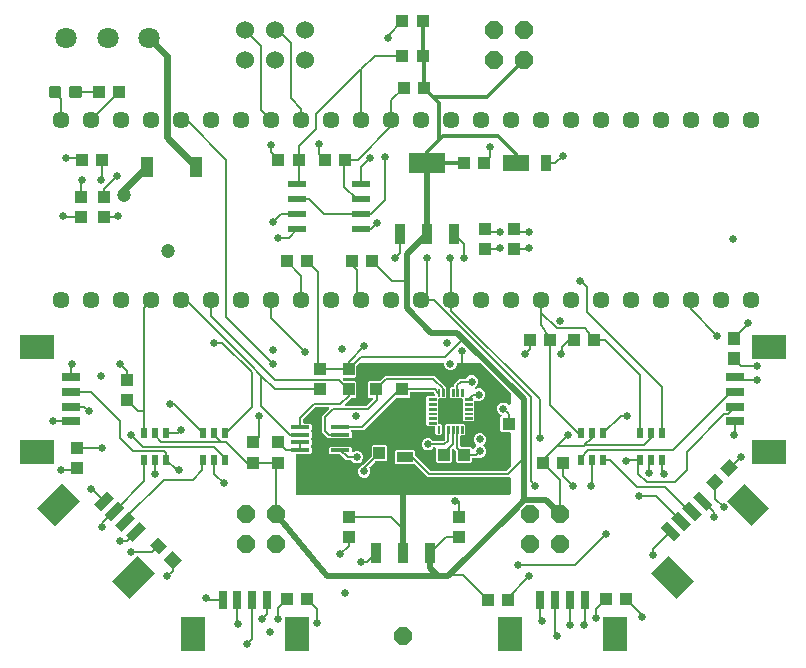
<source format=gbr>
G04 EAGLE Gerber RS-274X export*
G75*
%MOMM*%
%FSLAX34Y34*%
%LPD*%
%INTop Copper*%
%IPPOS*%
%AMOC8*
5,1,8,0,0,1.08239X$1,22.5*%
G01*
%ADD10C,1.447800*%
%ADD11R,1.000000X1.100000*%
%ADD12R,1.100000X1.000000*%
%ADD13R,0.850800X1.761200*%
%ADD14R,3.150800X1.761200*%
%ADD15C,0.055000*%
%ADD16R,1.600000X0.300000*%
%ADD17P,1.656057X8X202.500000*%
%ADD18R,1.550000X0.600000*%
%ADD19P,1.656057X8X22.500000*%
%ADD20R,2.100000X3.000000*%
%ADD21R,0.800000X1.600000*%
%ADD22R,1.600000X0.800000*%
%ADD23R,3.000000X2.100000*%
%ADD24R,0.600000X0.950000*%
%ADD25P,1.649562X8X22.500000*%
%ADD26R,1.140000X1.780000*%
%ADD27R,1.400000X0.900000*%
%ADD28R,1.400000X2.200000*%
%ADD29R,0.900000X1.400000*%
%ADD30R,2.200000X1.400000*%
%ADD31C,1.800000*%
%ADD32C,0.300000*%
%ADD33C,1.530000*%
%ADD34C,0.200000*%
%ADD35C,0.654000*%
%ADD36C,1.200000*%
%ADD37C,0.500000*%
%ADD38C,0.600000*%

G36*
X232059Y139007D02*
X232059Y139007D01*
X232100Y139004D01*
X232184Y139025D01*
X232297Y139041D01*
X232350Y139065D01*
X232400Y139077D01*
X232945Y139303D01*
X235055Y139303D01*
X235600Y139077D01*
X235641Y139066D01*
X235678Y139048D01*
X235763Y139035D01*
X235873Y139007D01*
X235932Y139009D01*
X235983Y139001D01*
X280000Y139001D01*
X280064Y139010D01*
X280128Y139009D01*
X280203Y139030D01*
X280279Y139041D01*
X280338Y139067D01*
X280400Y139084D01*
X280466Y139125D01*
X280536Y139157D01*
X280585Y139199D01*
X280640Y139232D01*
X280692Y139290D01*
X280750Y139340D01*
X280786Y139394D01*
X280829Y139442D01*
X280862Y139511D01*
X280905Y139576D01*
X280924Y139638D01*
X280952Y139695D01*
X280963Y139765D01*
X280987Y139846D01*
X280988Y139931D01*
X280999Y140000D01*
X280999Y153476D01*
X280990Y153540D01*
X280991Y153604D01*
X280970Y153679D01*
X280959Y153755D01*
X280933Y153814D01*
X280916Y153876D01*
X280875Y153942D01*
X280843Y154012D01*
X280801Y154061D01*
X280768Y154116D01*
X280710Y154168D01*
X280660Y154226D01*
X280606Y154262D01*
X280558Y154305D01*
X280489Y154338D01*
X280424Y154381D01*
X280362Y154400D01*
X280305Y154428D01*
X280235Y154439D01*
X280154Y154463D01*
X280069Y154464D01*
X280000Y154475D01*
X210744Y154475D01*
X208972Y156247D01*
X200537Y164683D01*
X200460Y164740D01*
X200388Y164805D01*
X200347Y164825D01*
X200311Y164852D01*
X200221Y164886D01*
X200135Y164928D01*
X200093Y164934D01*
X200047Y164951D01*
X199920Y164961D01*
X199830Y164975D01*
X184368Y164975D01*
X183475Y165868D01*
X183475Y176132D01*
X184368Y177025D01*
X199632Y177025D01*
X200525Y176132D01*
X200525Y172249D01*
X200538Y172154D01*
X200543Y172058D01*
X200558Y172015D01*
X200565Y171970D01*
X200604Y171883D01*
X200636Y171792D01*
X200661Y171757D01*
X200681Y171713D01*
X200764Y171616D01*
X200817Y171543D01*
X212543Y159817D01*
X212620Y159760D01*
X212691Y159695D01*
X212732Y159675D01*
X212768Y159648D01*
X212858Y159614D01*
X212945Y159572D01*
X212987Y159566D01*
X213032Y159549D01*
X213160Y159539D01*
X213249Y159525D01*
X277540Y159525D01*
X277635Y159538D01*
X277731Y159543D01*
X277775Y159558D01*
X277820Y159565D01*
X277907Y159604D01*
X277998Y159636D01*
X278032Y159661D01*
X278076Y159681D01*
X278174Y159764D01*
X278247Y159817D01*
X280707Y162277D01*
X280726Y162302D01*
X280750Y162323D01*
X280785Y162376D01*
X280829Y162425D01*
X280849Y162466D01*
X280876Y162503D01*
X280888Y162534D01*
X280904Y162559D01*
X280922Y162618D01*
X280952Y162679D01*
X280958Y162721D01*
X280975Y162767D01*
X280978Y162801D01*
X280986Y162829D01*
X280987Y162908D01*
X280999Y162984D01*
X280999Y191476D01*
X280990Y191540D01*
X280991Y191604D01*
X280970Y191679D01*
X280959Y191755D01*
X280933Y191814D01*
X280916Y191876D01*
X280875Y191942D01*
X280843Y192012D01*
X280801Y192061D01*
X280768Y192116D01*
X280710Y192168D01*
X280660Y192226D01*
X280606Y192262D01*
X280558Y192305D01*
X280489Y192338D01*
X280424Y192381D01*
X280362Y192400D01*
X280305Y192428D01*
X280235Y192439D01*
X280154Y192463D01*
X280069Y192464D01*
X280000Y192475D01*
X273368Y192475D01*
X272475Y193368D01*
X272475Y204632D01*
X273309Y205465D01*
X273380Y205560D01*
X273456Y205652D01*
X273465Y205673D01*
X273478Y205691D01*
X273520Y205802D01*
X273567Y205911D01*
X273570Y205933D01*
X273578Y205955D01*
X273587Y206073D01*
X273602Y206191D01*
X273598Y206213D01*
X273600Y206236D01*
X273575Y206352D01*
X273556Y206469D01*
X273547Y206490D01*
X273542Y206512D01*
X273486Y206617D01*
X273435Y206724D01*
X273420Y206741D01*
X273410Y206761D01*
X273327Y206846D01*
X273248Y206935D01*
X273230Y206946D01*
X273213Y206963D01*
X273050Y207055D01*
X272985Y207095D01*
X271996Y207505D01*
X270505Y208996D01*
X269697Y210945D01*
X269697Y213055D01*
X270505Y215004D01*
X271996Y216495D01*
X273945Y217303D01*
X276055Y217303D01*
X278004Y216495D01*
X279293Y215206D01*
X279319Y215186D01*
X279340Y215162D01*
X279406Y215119D01*
X279411Y215114D01*
X279418Y215111D01*
X279432Y215102D01*
X279519Y215036D01*
X279549Y215025D01*
X279576Y215007D01*
X279681Y214976D01*
X279783Y214937D01*
X279815Y214934D01*
X279846Y214925D01*
X279955Y214924D01*
X280064Y214915D01*
X280096Y214922D01*
X280128Y214921D01*
X280233Y214951D01*
X280340Y214973D01*
X280369Y214988D01*
X280400Y214997D01*
X280493Y215054D01*
X280589Y215105D01*
X280612Y215128D01*
X280640Y215145D01*
X280713Y215226D01*
X280791Y215302D01*
X280807Y215330D01*
X280829Y215354D01*
X280876Y215452D01*
X280930Y215547D01*
X280938Y215579D01*
X280952Y215608D01*
X280966Y215697D01*
X280995Y215822D01*
X280993Y215870D01*
X280999Y215912D01*
X280999Y224895D01*
X280986Y224990D01*
X280981Y225086D01*
X280966Y225129D01*
X280959Y225174D01*
X280920Y225262D01*
X280888Y225353D01*
X280863Y225387D01*
X280843Y225431D01*
X280760Y225529D01*
X280733Y225566D01*
X280726Y225576D01*
X280723Y225579D01*
X280707Y225602D01*
X255602Y250707D01*
X255525Y250764D01*
X255453Y250829D01*
X255412Y250849D01*
X255376Y250876D01*
X255286Y250910D01*
X255200Y250952D01*
X255158Y250958D01*
X255112Y250975D01*
X254985Y250985D01*
X254895Y250999D01*
X236302Y250999D01*
X236238Y250990D01*
X236174Y250991D01*
X236099Y250970D01*
X236023Y250959D01*
X235964Y250933D01*
X235902Y250916D01*
X235836Y250875D01*
X235766Y250843D01*
X235717Y250801D01*
X235662Y250768D01*
X235610Y250710D01*
X235552Y250660D01*
X235516Y250606D01*
X235473Y250558D01*
X235440Y250489D01*
X235397Y250424D01*
X235378Y250362D01*
X235350Y250305D01*
X235339Y250235D01*
X235315Y250154D01*
X235314Y250069D01*
X235303Y250000D01*
X235303Y248945D01*
X234495Y246996D01*
X233004Y245505D01*
X231055Y244697D01*
X228945Y244697D01*
X226996Y245505D01*
X225505Y246996D01*
X224697Y248945D01*
X224697Y250000D01*
X224688Y250064D01*
X224689Y250128D01*
X224668Y250203D01*
X224657Y250279D01*
X224631Y250338D01*
X224614Y250400D01*
X224573Y250466D01*
X224541Y250536D01*
X224499Y250585D01*
X224466Y250640D01*
X224408Y250692D01*
X224358Y250750D01*
X224304Y250786D01*
X224256Y250829D01*
X224187Y250862D01*
X224122Y250905D01*
X224060Y250924D01*
X224003Y250952D01*
X223933Y250963D01*
X223852Y250987D01*
X223767Y250988D01*
X223698Y250999D01*
X153484Y250999D01*
X153389Y250986D01*
X153293Y250981D01*
X153250Y250966D01*
X153204Y250959D01*
X153117Y250920D01*
X153026Y250888D01*
X152992Y250863D01*
X152948Y250843D01*
X152850Y250760D01*
X152777Y250707D01*
X150817Y248747D01*
X150760Y248670D01*
X150695Y248599D01*
X150675Y248558D01*
X150648Y248521D01*
X150614Y248431D01*
X150572Y248345D01*
X150566Y248303D01*
X150549Y248257D01*
X150539Y248130D01*
X150525Y248040D01*
X150525Y239368D01*
X149632Y238475D01*
X140008Y238475D01*
X139976Y238471D01*
X139944Y238473D01*
X139837Y238451D01*
X139728Y238435D01*
X139699Y238422D01*
X139667Y238416D01*
X139571Y238364D01*
X139471Y238319D01*
X139447Y238298D01*
X139418Y238283D01*
X139340Y238207D01*
X139257Y238136D01*
X139240Y238109D01*
X139216Y238086D01*
X139163Y237991D01*
X139103Y237900D01*
X139093Y237869D01*
X139077Y237841D01*
X139052Y237735D01*
X139020Y237630D01*
X139020Y237598D01*
X139012Y237567D01*
X139018Y237457D01*
X139017Y237348D01*
X139025Y237317D01*
X139027Y237285D01*
X139063Y237182D01*
X139092Y237076D01*
X139109Y237049D01*
X139119Y237018D01*
X139173Y236945D01*
X139240Y236836D01*
X139276Y236804D01*
X139301Y236769D01*
X140253Y235817D01*
X140330Y235760D01*
X140401Y235695D01*
X140442Y235675D01*
X140479Y235648D01*
X140569Y235614D01*
X140655Y235572D01*
X140697Y235566D01*
X140743Y235549D01*
X140870Y235539D01*
X140960Y235525D01*
X149632Y235525D01*
X150525Y234632D01*
X150525Y222368D01*
X149632Y221475D01*
X146460Y221475D01*
X146365Y221462D01*
X146269Y221457D01*
X146225Y221442D01*
X146180Y221435D01*
X146093Y221396D01*
X146002Y221364D01*
X145968Y221339D01*
X145924Y221319D01*
X145826Y221236D01*
X145753Y221183D01*
X144753Y220183D01*
X140801Y216231D01*
X140782Y216205D01*
X140757Y216184D01*
X140697Y216092D01*
X140632Y216005D01*
X140620Y215975D01*
X140603Y215948D01*
X140571Y215843D01*
X140532Y215741D01*
X140530Y215709D01*
X140520Y215678D01*
X140519Y215569D01*
X140510Y215460D01*
X140517Y215428D01*
X140517Y215396D01*
X140546Y215291D01*
X140568Y215184D01*
X140583Y215155D01*
X140592Y215124D01*
X140649Y215031D01*
X140701Y214935D01*
X140723Y214912D01*
X140740Y214884D01*
X140821Y214811D01*
X140897Y214733D01*
X140925Y214717D01*
X140949Y214695D01*
X141048Y214648D01*
X141143Y214594D01*
X141174Y214586D01*
X141203Y214572D01*
X141292Y214558D01*
X141417Y214529D01*
X141466Y214531D01*
X141508Y214525D01*
X158540Y214525D01*
X158635Y214538D01*
X158731Y214543D01*
X158775Y214558D01*
X158820Y214565D01*
X158907Y214604D01*
X158998Y214636D01*
X159032Y214661D01*
X159076Y214681D01*
X159174Y214764D01*
X159247Y214817D01*
X164199Y219769D01*
X164218Y219795D01*
X164243Y219816D01*
X164303Y219908D01*
X164368Y219995D01*
X164380Y220025D01*
X164397Y220052D01*
X164429Y220157D01*
X164468Y220259D01*
X164470Y220291D01*
X164480Y220322D01*
X164481Y220431D01*
X164490Y220540D01*
X164483Y220572D01*
X164483Y220604D01*
X164454Y220709D01*
X164432Y220816D01*
X164417Y220845D01*
X164408Y220876D01*
X164351Y220969D01*
X164299Y221065D01*
X164277Y221088D01*
X164260Y221116D01*
X164179Y221189D01*
X164103Y221267D01*
X164075Y221283D01*
X164051Y221305D01*
X163952Y221352D01*
X163857Y221406D01*
X163826Y221414D01*
X163797Y221428D01*
X163708Y221442D01*
X163583Y221471D01*
X163534Y221469D01*
X163492Y221475D01*
X161368Y221475D01*
X160475Y222368D01*
X160475Y234632D01*
X161368Y235525D01*
X170040Y235525D01*
X170135Y235538D01*
X170231Y235543D01*
X170275Y235558D01*
X170320Y235565D01*
X170407Y235604D01*
X170498Y235636D01*
X170532Y235661D01*
X170576Y235681D01*
X170674Y235764D01*
X170747Y235817D01*
X174930Y240001D01*
X216728Y240001D01*
X226149Y230580D01*
X226149Y230010D01*
X226162Y229915D01*
X226167Y229819D01*
X226182Y229776D01*
X226189Y229731D01*
X226228Y229644D01*
X226260Y229553D01*
X226285Y229518D01*
X226305Y229474D01*
X226388Y229377D01*
X226441Y229304D01*
X226625Y229121D01*
X226625Y221779D01*
X225571Y220725D01*
X222139Y220725D01*
X222091Y220737D01*
X222014Y220733D01*
X221937Y220739D01*
X221874Y220726D01*
X221864Y220725D01*
X220274Y220725D01*
X220210Y220716D01*
X220146Y220717D01*
X220071Y220696D01*
X219995Y220685D01*
X219936Y220659D01*
X219874Y220642D01*
X219808Y220601D01*
X219738Y220569D01*
X219689Y220527D01*
X219634Y220494D01*
X219582Y220436D01*
X219524Y220386D01*
X219488Y220332D01*
X219445Y220284D01*
X219412Y220215D01*
X219369Y220150D01*
X219350Y220088D01*
X219322Y220031D01*
X219311Y219961D01*
X219287Y219880D01*
X219286Y219795D01*
X219275Y219726D01*
X219275Y218139D01*
X219263Y218091D01*
X219267Y218014D01*
X219261Y217937D01*
X219274Y217874D01*
X219275Y217864D01*
X219275Y214139D01*
X219263Y214091D01*
X219267Y214014D01*
X219261Y213937D01*
X219274Y213874D01*
X219275Y213864D01*
X219275Y210139D01*
X219263Y210091D01*
X219267Y210014D01*
X219261Y209937D01*
X219274Y209874D01*
X219275Y209864D01*
X219275Y206139D01*
X219263Y206091D01*
X219267Y206014D01*
X219261Y205937D01*
X219274Y205874D01*
X219275Y205864D01*
X219275Y202139D01*
X219263Y202091D01*
X219267Y202014D01*
X219261Y201937D01*
X219274Y201874D01*
X219275Y201864D01*
X219275Y200274D01*
X219284Y200210D01*
X219283Y200146D01*
X219304Y200071D01*
X219315Y199995D01*
X219341Y199936D01*
X219358Y199874D01*
X219399Y199808D01*
X219431Y199738D01*
X219473Y199689D01*
X219506Y199634D01*
X219564Y199582D01*
X219614Y199524D01*
X219668Y199488D01*
X219716Y199445D01*
X219785Y199412D01*
X219850Y199369D01*
X219912Y199350D01*
X219969Y199322D01*
X220039Y199311D01*
X220120Y199287D01*
X220205Y199286D01*
X220274Y199275D01*
X221571Y199275D01*
X222625Y198221D01*
X222625Y190879D01*
X221571Y189825D01*
X218429Y189825D01*
X217375Y190879D01*
X217375Y196376D01*
X217366Y196440D01*
X217367Y196504D01*
X217346Y196579D01*
X217335Y196655D01*
X217309Y196714D01*
X217292Y196776D01*
X217251Y196842D01*
X217219Y196912D01*
X217177Y196961D01*
X217144Y197016D01*
X217086Y197068D01*
X217036Y197126D01*
X216982Y197162D01*
X216934Y197205D01*
X216865Y197238D01*
X216800Y197281D01*
X216738Y197300D01*
X216681Y197328D01*
X216611Y197339D01*
X216530Y197363D01*
X216445Y197364D01*
X216376Y197375D01*
X210879Y197375D01*
X209825Y198429D01*
X209825Y201861D01*
X209837Y201910D01*
X209833Y201987D01*
X209839Y202064D01*
X209826Y202128D01*
X209825Y202134D01*
X209825Y205861D01*
X209837Y205910D01*
X209833Y205987D01*
X209839Y206064D01*
X209826Y206128D01*
X209825Y206134D01*
X209825Y209861D01*
X209837Y209910D01*
X209833Y209987D01*
X209839Y210064D01*
X209826Y210128D01*
X209825Y210134D01*
X209825Y213861D01*
X209837Y213910D01*
X209833Y213987D01*
X209839Y214064D01*
X209826Y214128D01*
X209825Y214134D01*
X209825Y217861D01*
X209837Y217910D01*
X209833Y217987D01*
X209839Y218064D01*
X209826Y218128D01*
X209825Y218134D01*
X209825Y221571D01*
X210879Y222625D01*
X216376Y222625D01*
X216440Y222634D01*
X216504Y222633D01*
X216579Y222654D01*
X216655Y222665D01*
X216714Y222691D01*
X216776Y222708D01*
X216842Y222749D01*
X216912Y222781D01*
X216961Y222823D01*
X217016Y222856D01*
X217068Y222914D01*
X217126Y222964D01*
X217162Y223018D01*
X217205Y223066D01*
X217238Y223135D01*
X217281Y223200D01*
X217300Y223262D01*
X217328Y223319D01*
X217339Y223389D01*
X217363Y223470D01*
X217364Y223555D01*
X217375Y223624D01*
X217375Y224090D01*
X217362Y224185D01*
X217357Y224281D01*
X217342Y224325D01*
X217335Y224370D01*
X217296Y224457D01*
X217264Y224548D01*
X217239Y224582D01*
X217219Y224626D01*
X217136Y224724D01*
X217083Y224797D01*
X216197Y225683D01*
X216120Y225740D01*
X216049Y225805D01*
X216008Y225825D01*
X215971Y225852D01*
X215881Y225886D01*
X215795Y225928D01*
X215753Y225934D01*
X215707Y225951D01*
X215580Y225961D01*
X215490Y225975D01*
X196524Y225975D01*
X196460Y225966D01*
X196396Y225967D01*
X196321Y225946D01*
X196245Y225935D01*
X196186Y225909D01*
X196124Y225892D01*
X196058Y225851D01*
X195988Y225819D01*
X195939Y225777D01*
X195884Y225744D01*
X195832Y225686D01*
X195774Y225636D01*
X195738Y225582D01*
X195695Y225534D01*
X195662Y225465D01*
X195619Y225400D01*
X195600Y225338D01*
X195572Y225281D01*
X195561Y225211D01*
X195537Y225130D01*
X195536Y225045D01*
X195525Y224976D01*
X195525Y222368D01*
X194632Y221475D01*
X184460Y221475D01*
X184365Y221462D01*
X184269Y221457D01*
X184225Y221442D01*
X184180Y221435D01*
X184093Y221396D01*
X184002Y221364D01*
X183968Y221339D01*
X183924Y221319D01*
X183826Y221236D01*
X183753Y221183D01*
X156546Y193975D01*
X147093Y193975D01*
X147061Y193971D01*
X147029Y193973D01*
X146922Y193951D01*
X146814Y193935D01*
X146785Y193922D01*
X146753Y193916D01*
X146657Y193864D01*
X146557Y193819D01*
X146533Y193798D01*
X146504Y193783D01*
X146426Y193707D01*
X146343Y193636D01*
X146325Y193609D01*
X146302Y193586D01*
X146248Y193491D01*
X146189Y193400D01*
X146179Y193369D01*
X146163Y193341D01*
X146138Y193235D01*
X146106Y193130D01*
X146106Y193098D01*
X146098Y193066D01*
X146104Y192957D01*
X146102Y192848D01*
X146111Y192817D01*
X146113Y192785D01*
X146148Y192682D01*
X146178Y192576D01*
X146195Y192549D01*
X146205Y192518D01*
X146259Y192445D01*
X146326Y192336D01*
X146339Y192324D01*
X146342Y192321D01*
X146365Y192299D01*
X146387Y192269D01*
X146525Y192132D01*
X146525Y187868D01*
X145632Y186975D01*
X128368Y186975D01*
X128161Y187183D01*
X128084Y187240D01*
X128013Y187305D01*
X127972Y187325D01*
X127936Y187352D01*
X127846Y187386D01*
X127759Y187428D01*
X127717Y187434D01*
X127672Y187451D01*
X127544Y187461D01*
X127455Y187475D01*
X125954Y187475D01*
X121475Y191954D01*
X121475Y206046D01*
X127199Y211769D01*
X127218Y211795D01*
X127243Y211816D01*
X127303Y211908D01*
X127368Y211995D01*
X127380Y212025D01*
X127397Y212052D01*
X127429Y212157D01*
X127468Y212259D01*
X127470Y212291D01*
X127480Y212322D01*
X127481Y212431D01*
X127490Y212540D01*
X127483Y212572D01*
X127483Y212604D01*
X127454Y212709D01*
X127432Y212816D01*
X127417Y212845D01*
X127408Y212876D01*
X127351Y212969D01*
X127299Y213065D01*
X127277Y213088D01*
X127260Y213116D01*
X127179Y213189D01*
X127103Y213267D01*
X127075Y213283D01*
X127051Y213305D01*
X126952Y213352D01*
X126857Y213406D01*
X126826Y213414D01*
X126797Y213428D01*
X126708Y213442D01*
X126583Y213471D01*
X126534Y213469D01*
X126492Y213475D01*
X115960Y213475D01*
X115865Y213462D01*
X115769Y213457D01*
X115725Y213442D01*
X115680Y213435D01*
X115593Y213396D01*
X115502Y213364D01*
X115468Y213339D01*
X115424Y213319D01*
X115326Y213236D01*
X115253Y213183D01*
X105817Y203747D01*
X105760Y203670D01*
X105695Y203599D01*
X105675Y203558D01*
X105648Y203521D01*
X105614Y203431D01*
X105572Y203345D01*
X105566Y203303D01*
X105549Y203257D01*
X105539Y203130D01*
X105525Y203040D01*
X105525Y200524D01*
X105534Y200460D01*
X105533Y200396D01*
X105554Y200321D01*
X105565Y200245D01*
X105591Y200186D01*
X105608Y200124D01*
X105649Y200058D01*
X105681Y199988D01*
X105723Y199939D01*
X105756Y199884D01*
X105814Y199832D01*
X105864Y199774D01*
X105918Y199738D01*
X105966Y199695D01*
X106035Y199662D01*
X106100Y199619D01*
X106162Y199600D01*
X106219Y199572D01*
X106289Y199561D01*
X106370Y199537D01*
X106455Y199536D01*
X106524Y199525D01*
X111632Y199525D01*
X112525Y198632D01*
X112525Y194368D01*
X112113Y193957D01*
X112074Y193905D01*
X112028Y193860D01*
X111990Y193793D01*
X111944Y193731D01*
X111921Y193671D01*
X111889Y193615D01*
X111871Y193540D01*
X111844Y193467D01*
X111839Y193403D01*
X111824Y193341D01*
X111828Y193263D01*
X111822Y193186D01*
X111835Y193123D01*
X111839Y193059D01*
X111864Y192986D01*
X111880Y192910D01*
X111910Y192853D01*
X111931Y192792D01*
X111972Y192736D01*
X112012Y192661D01*
X112072Y192600D01*
X112113Y192543D01*
X112525Y192132D01*
X112525Y187868D01*
X112113Y187457D01*
X112074Y187405D01*
X112028Y187360D01*
X111990Y187293D01*
X111944Y187231D01*
X111921Y187171D01*
X111889Y187115D01*
X111871Y187040D01*
X111844Y186967D01*
X111839Y186903D01*
X111824Y186841D01*
X111828Y186763D01*
X111822Y186686D01*
X111835Y186623D01*
X111839Y186559D01*
X111864Y186486D01*
X111880Y186410D01*
X111910Y186353D01*
X111931Y186292D01*
X111972Y186236D01*
X112012Y186161D01*
X112072Y186100D01*
X112113Y186043D01*
X112525Y185632D01*
X112525Y181368D01*
X112113Y180957D01*
X112074Y180905D01*
X112028Y180860D01*
X111990Y180793D01*
X111944Y180731D01*
X111921Y180671D01*
X111889Y180615D01*
X111871Y180540D01*
X111844Y180467D01*
X111839Y180403D01*
X111824Y180341D01*
X111828Y180263D01*
X111822Y180186D01*
X111835Y180123D01*
X111839Y180059D01*
X111864Y179986D01*
X111880Y179910D01*
X111910Y179853D01*
X111931Y179792D01*
X111972Y179736D01*
X112012Y179661D01*
X112072Y179600D01*
X112113Y179543D01*
X112525Y179132D01*
X112525Y174868D01*
X111632Y173975D01*
X100000Y173975D01*
X99936Y173966D01*
X99872Y173967D01*
X99797Y173946D01*
X99721Y173935D01*
X99662Y173909D01*
X99600Y173892D01*
X99534Y173851D01*
X99464Y173819D01*
X99415Y173777D01*
X99360Y173744D01*
X99308Y173686D01*
X99250Y173636D01*
X99214Y173582D01*
X99171Y173534D01*
X99138Y173465D01*
X99095Y173400D01*
X99076Y173338D01*
X99048Y173281D01*
X99037Y173211D01*
X99013Y173130D01*
X99012Y173045D01*
X99001Y172976D01*
X99001Y140000D01*
X99010Y139936D01*
X99009Y139872D01*
X99030Y139797D01*
X99041Y139721D01*
X99067Y139662D01*
X99084Y139600D01*
X99125Y139534D01*
X99157Y139464D01*
X99199Y139415D01*
X99232Y139360D01*
X99290Y139308D01*
X99340Y139250D01*
X99394Y139214D01*
X99442Y139171D01*
X99511Y139138D01*
X99576Y139095D01*
X99638Y139076D01*
X99695Y139048D01*
X99765Y139037D01*
X99846Y139013D01*
X99931Y139012D01*
X100000Y139001D01*
X232017Y139001D01*
X232059Y139007D01*
G37*
%LPC*%
G36*
X218368Y166475D02*
X218368Y166475D01*
X217475Y167368D01*
X217475Y178476D01*
X217466Y178540D01*
X217467Y178604D01*
X217446Y178679D01*
X217435Y178755D01*
X217409Y178814D01*
X217392Y178876D01*
X217351Y178942D01*
X217319Y179012D01*
X217277Y179061D01*
X217244Y179116D01*
X217186Y179168D01*
X217136Y179226D01*
X217082Y179262D01*
X217034Y179305D01*
X216965Y179338D01*
X216900Y179381D01*
X216838Y179400D01*
X216781Y179428D01*
X216711Y179439D01*
X216630Y179463D01*
X216545Y179464D01*
X216476Y179475D01*
X216362Y179475D01*
X216352Y179474D01*
X216343Y179475D01*
X216212Y179454D01*
X216082Y179435D01*
X216074Y179432D01*
X216064Y179430D01*
X215945Y179373D01*
X215825Y179319D01*
X215818Y179313D01*
X215810Y179309D01*
X215711Y179221D01*
X215611Y179136D01*
X215606Y179128D01*
X215599Y179122D01*
X215564Y179065D01*
X214004Y177505D01*
X212055Y176697D01*
X209945Y176697D01*
X207996Y177505D01*
X206505Y178996D01*
X205697Y180945D01*
X205697Y183055D01*
X206505Y185004D01*
X207996Y186495D01*
X209945Y187303D01*
X212055Y187303D01*
X214004Y186495D01*
X215555Y184944D01*
X215582Y184899D01*
X215589Y184892D01*
X215594Y184884D01*
X215692Y184796D01*
X215788Y184706D01*
X215796Y184702D01*
X215803Y184695D01*
X215922Y184638D01*
X216039Y184578D01*
X216048Y184576D01*
X216057Y184572D01*
X216133Y184560D01*
X216316Y184526D01*
X216340Y184528D01*
X216362Y184525D01*
X223540Y184525D01*
X223635Y184538D01*
X223731Y184543D01*
X223775Y184558D01*
X223820Y184565D01*
X223907Y184604D01*
X223998Y184636D01*
X224032Y184661D01*
X224076Y184681D01*
X224174Y184764D01*
X224247Y184817D01*
X225183Y185753D01*
X225240Y185830D01*
X225305Y185901D01*
X225325Y185942D01*
X225352Y185979D01*
X225386Y186069D01*
X225428Y186155D01*
X225434Y186197D01*
X225451Y186243D01*
X225461Y186370D01*
X225475Y186460D01*
X225475Y190366D01*
X225462Y190461D01*
X225457Y190557D01*
X225442Y190600D01*
X225435Y190645D01*
X225396Y190732D01*
X225375Y190792D01*
X225375Y198221D01*
X226429Y199275D01*
X229861Y199275D01*
X229909Y199263D01*
X229986Y199267D01*
X230063Y199261D01*
X230126Y199274D01*
X230136Y199275D01*
X233861Y199275D01*
X233909Y199263D01*
X233986Y199267D01*
X234063Y199261D01*
X234126Y199274D01*
X234136Y199275D01*
X237861Y199275D01*
X237909Y199263D01*
X237986Y199267D01*
X238063Y199261D01*
X238126Y199274D01*
X238136Y199275D01*
X241571Y199275D01*
X242625Y198221D01*
X242625Y190879D01*
X241571Y189825D01*
X239524Y189825D01*
X239460Y189816D01*
X239396Y189817D01*
X239321Y189796D01*
X239245Y189785D01*
X239186Y189759D01*
X239124Y189742D01*
X239058Y189701D01*
X238988Y189669D01*
X238939Y189627D01*
X238884Y189594D01*
X238832Y189536D01*
X238774Y189486D01*
X238738Y189432D01*
X238695Y189384D01*
X238662Y189315D01*
X238619Y189250D01*
X238600Y189188D01*
X238572Y189131D01*
X238561Y189061D01*
X238537Y188980D01*
X238536Y188895D01*
X238525Y188826D01*
X238525Y180524D01*
X238534Y180460D01*
X238533Y180396D01*
X238554Y180321D01*
X238565Y180245D01*
X238591Y180186D01*
X238608Y180124D01*
X238649Y180058D01*
X238681Y179988D01*
X238723Y179939D01*
X238756Y179884D01*
X238814Y179832D01*
X238864Y179774D01*
X238918Y179738D01*
X238966Y179695D01*
X239035Y179662D01*
X239100Y179619D01*
X239162Y179600D01*
X239219Y179572D01*
X239289Y179561D01*
X239370Y179537D01*
X239455Y179536D01*
X239524Y179525D01*
X247632Y179525D01*
X248758Y178398D01*
X248853Y178327D01*
X248945Y178252D01*
X248966Y178242D01*
X248984Y178229D01*
X249094Y178187D01*
X249204Y178140D01*
X249226Y178137D01*
X249248Y178129D01*
X249366Y178120D01*
X249484Y178106D01*
X249506Y178109D01*
X249529Y178107D01*
X249645Y178132D01*
X249762Y178151D01*
X249783Y178160D01*
X249805Y178165D01*
X249910Y178221D01*
X250017Y178272D01*
X250034Y178287D01*
X250054Y178298D01*
X250139Y178380D01*
X250227Y178459D01*
X250239Y178477D01*
X250256Y178494D01*
X250348Y178657D01*
X250388Y178722D01*
X250505Y179004D01*
X251794Y180293D01*
X251804Y180307D01*
X251807Y180309D01*
X251815Y180321D01*
X251833Y180345D01*
X251879Y180390D01*
X251917Y180457D01*
X251963Y180519D01*
X251986Y180579D01*
X252018Y180635D01*
X252036Y180710D01*
X252063Y180783D01*
X252068Y180847D01*
X252083Y180909D01*
X252079Y180987D01*
X252085Y181064D01*
X252072Y181127D01*
X252068Y181191D01*
X252043Y181264D01*
X252027Y181340D01*
X251997Y181397D01*
X251976Y181458D01*
X251935Y181514D01*
X251895Y181589D01*
X251836Y181650D01*
X251794Y181707D01*
X250505Y182996D01*
X249697Y184945D01*
X249697Y187055D01*
X250505Y189004D01*
X251996Y190495D01*
X253945Y191303D01*
X256055Y191303D01*
X258004Y190495D01*
X259495Y189004D01*
X260303Y187055D01*
X260303Y184945D01*
X259495Y182996D01*
X258206Y181707D01*
X258167Y181655D01*
X258121Y181610D01*
X258083Y181543D01*
X258036Y181481D01*
X258014Y181421D01*
X257982Y181365D01*
X257964Y181290D01*
X257937Y181217D01*
X257932Y181153D01*
X257917Y181090D01*
X257921Y181013D01*
X257915Y180936D01*
X257928Y180873D01*
X257932Y180809D01*
X257957Y180736D01*
X257973Y180660D01*
X258003Y180603D01*
X258024Y180542D01*
X258065Y180486D01*
X258105Y180411D01*
X258160Y180355D01*
X258175Y180330D01*
X258187Y180319D01*
X258206Y180293D01*
X259495Y179004D01*
X260303Y177055D01*
X260303Y174945D01*
X259495Y172996D01*
X258004Y171505D01*
X256055Y170697D01*
X253861Y170697D01*
X253811Y170710D01*
X253801Y170710D01*
X253791Y170712D01*
X253660Y170705D01*
X253529Y170701D01*
X253519Y170698D01*
X253509Y170698D01*
X253386Y170655D01*
X253260Y170614D01*
X253252Y170609D01*
X253243Y170605D01*
X253180Y170559D01*
X253057Y170475D01*
X249524Y170475D01*
X249460Y170466D01*
X249396Y170467D01*
X249321Y170446D01*
X249245Y170435D01*
X249186Y170409D01*
X249124Y170392D01*
X249058Y170351D01*
X248988Y170319D01*
X248939Y170277D01*
X248884Y170244D01*
X248832Y170186D01*
X248774Y170136D01*
X248738Y170082D01*
X248695Y170034D01*
X248662Y169965D01*
X248619Y169900D01*
X248600Y169838D01*
X248572Y169781D01*
X248561Y169711D01*
X248537Y169630D01*
X248536Y169545D01*
X248525Y169476D01*
X248525Y167368D01*
X247632Y166475D01*
X235368Y166475D01*
X234475Y167368D01*
X234475Y176040D01*
X234467Y176098D01*
X234467Y176101D01*
X234466Y176104D01*
X234462Y176135D01*
X234457Y176231D01*
X234442Y176275D01*
X234435Y176320D01*
X234396Y176407D01*
X234364Y176498D01*
X234339Y176532D01*
X234319Y176576D01*
X234236Y176674D01*
X234183Y176747D01*
X233231Y177699D01*
X233205Y177718D01*
X233184Y177743D01*
X233122Y177783D01*
X233102Y177801D01*
X233080Y177812D01*
X233005Y177868D01*
X232975Y177880D01*
X232948Y177897D01*
X232843Y177929D01*
X232741Y177968D01*
X232709Y177970D01*
X232678Y177980D01*
X232569Y177981D01*
X232460Y177990D01*
X232428Y177983D01*
X232396Y177983D01*
X232291Y177954D01*
X232184Y177932D01*
X232155Y177917D01*
X232124Y177908D01*
X232031Y177851D01*
X231935Y177799D01*
X231912Y177777D01*
X231884Y177760D01*
X231811Y177679D01*
X231733Y177603D01*
X231717Y177575D01*
X231695Y177551D01*
X231648Y177453D01*
X231594Y177357D01*
X231586Y177326D01*
X231572Y177297D01*
X231558Y177208D01*
X231548Y177162D01*
X231537Y177126D01*
X231537Y177115D01*
X231529Y177083D01*
X231531Y177035D01*
X231525Y176992D01*
X231525Y167368D01*
X230632Y166475D01*
X218368Y166475D01*
G37*
%LPD*%
%LPC*%
G36*
X241779Y201375D02*
X241779Y201375D01*
X240725Y202429D01*
X240725Y205861D01*
X240737Y205909D01*
X240733Y205986D01*
X240739Y206063D01*
X240726Y206126D01*
X240725Y206136D01*
X240725Y209861D01*
X240737Y209909D01*
X240733Y209986D01*
X240739Y210063D01*
X240726Y210126D01*
X240725Y210136D01*
X240725Y213861D01*
X240737Y213909D01*
X240733Y213986D01*
X240739Y214063D01*
X240726Y214126D01*
X240725Y214136D01*
X240725Y217861D01*
X240737Y217909D01*
X240733Y217986D01*
X240739Y218063D01*
X240726Y218126D01*
X240725Y218136D01*
X240725Y219726D01*
X240716Y219790D01*
X240717Y219854D01*
X240696Y219929D01*
X240685Y220005D01*
X240659Y220064D01*
X240642Y220126D01*
X240601Y220192D01*
X240569Y220262D01*
X240527Y220311D01*
X240494Y220366D01*
X240436Y220418D01*
X240386Y220476D01*
X240332Y220512D01*
X240284Y220555D01*
X240215Y220588D01*
X240150Y220631D01*
X240088Y220650D01*
X240031Y220678D01*
X239961Y220689D01*
X239880Y220713D01*
X239795Y220714D01*
X239726Y220725D01*
X238139Y220725D01*
X238091Y220737D01*
X238014Y220733D01*
X237937Y220739D01*
X237874Y220726D01*
X237864Y220725D01*
X234139Y220725D01*
X234091Y220737D01*
X234014Y220733D01*
X233937Y220739D01*
X233874Y220726D01*
X233864Y220725D01*
X230429Y220725D01*
X229375Y221779D01*
X229375Y229121D01*
X230429Y230175D01*
X232476Y230175D01*
X232540Y230184D01*
X232604Y230183D01*
X232679Y230204D01*
X232755Y230215D01*
X232814Y230241D01*
X232876Y230258D01*
X232942Y230299D01*
X233012Y230331D01*
X233061Y230373D01*
X233116Y230406D01*
X233168Y230464D01*
X233226Y230514D01*
X233262Y230568D01*
X233305Y230616D01*
X233338Y230685D01*
X233381Y230750D01*
X233400Y230812D01*
X233428Y230869D01*
X233439Y230939D01*
X233463Y231020D01*
X233464Y231105D01*
X233475Y231174D01*
X233475Y233046D01*
X237954Y237525D01*
X242638Y237525D01*
X242648Y237526D01*
X242657Y237525D01*
X242788Y237546D01*
X242918Y237565D01*
X242926Y237568D01*
X242936Y237570D01*
X243055Y237627D01*
X243175Y237681D01*
X243182Y237687D01*
X243190Y237691D01*
X243289Y237778D01*
X243389Y237864D01*
X243394Y237872D01*
X243401Y237878D01*
X243436Y237935D01*
X244996Y239495D01*
X246945Y240303D01*
X249055Y240303D01*
X251004Y239495D01*
X252495Y238004D01*
X253303Y236055D01*
X253303Y233945D01*
X252495Y231996D01*
X251132Y230632D01*
X251114Y230609D01*
X251094Y230592D01*
X251065Y230548D01*
X251020Y230500D01*
X250995Y230451D01*
X250962Y230407D01*
X250948Y230368D01*
X250940Y230356D01*
X250929Y230320D01*
X250892Y230248D01*
X250882Y230194D01*
X250863Y230143D01*
X250859Y230090D01*
X250858Y230087D01*
X250857Y230075D01*
X250856Y230056D01*
X250840Y229971D01*
X250845Y229916D01*
X250841Y229862D01*
X250859Y229777D01*
X250867Y229690D01*
X250887Y229639D01*
X250899Y229586D01*
X250939Y229509D01*
X250971Y229428D01*
X251005Y229385D01*
X251031Y229337D01*
X251092Y229274D01*
X251145Y229206D01*
X251189Y229174D01*
X251228Y229135D01*
X251303Y229092D01*
X251374Y229041D01*
X251425Y229023D01*
X251473Y228995D01*
X251558Y228975D01*
X251639Y228946D01*
X251694Y228943D01*
X251748Y228931D01*
X251834Y228935D01*
X251845Y228933D01*
X251855Y228933D01*
X251857Y228934D01*
X251921Y228930D01*
X251970Y228942D01*
X252029Y228945D01*
X252094Y228967D01*
X252134Y228973D01*
X252174Y228991D01*
X252220Y229003D01*
X252945Y229303D01*
X255055Y229303D01*
X257004Y228495D01*
X258495Y227004D01*
X259303Y225055D01*
X259303Y222945D01*
X258495Y220996D01*
X257004Y219505D01*
X255055Y218697D01*
X252945Y218697D01*
X251556Y219273D01*
X251442Y219302D01*
X251328Y219337D01*
X251305Y219337D01*
X251283Y219343D01*
X251165Y219339D01*
X251046Y219340D01*
X251024Y219334D01*
X251001Y219334D01*
X250889Y219297D01*
X250774Y219265D01*
X250755Y219253D01*
X250733Y219246D01*
X250635Y219179D01*
X250534Y219117D01*
X250519Y219100D01*
X250500Y219087D01*
X250425Y218996D01*
X250345Y218908D01*
X250335Y218887D01*
X250321Y218870D01*
X250274Y218761D01*
X250222Y218654D01*
X250219Y218633D01*
X250209Y218610D01*
X250187Y218426D01*
X250175Y218349D01*
X250175Y218139D01*
X250163Y218090D01*
X250167Y218013D01*
X250161Y217936D01*
X250174Y217872D01*
X250175Y217866D01*
X250175Y214139D01*
X250163Y214090D01*
X250167Y214013D01*
X250161Y213936D01*
X250174Y213872D01*
X250175Y213866D01*
X250175Y210139D01*
X250163Y210090D01*
X250167Y210013D01*
X250161Y209936D01*
X250174Y209872D01*
X250175Y209866D01*
X250175Y206139D01*
X250163Y206090D01*
X250167Y206013D01*
X250161Y205936D01*
X250174Y205872D01*
X250175Y205866D01*
X250175Y202429D01*
X249121Y201375D01*
X241779Y201375D01*
G37*
%LPD*%
%LPC*%
G36*
X155945Y153697D02*
X155945Y153697D01*
X153996Y154505D01*
X152505Y155996D01*
X151697Y157945D01*
X151697Y160055D01*
X152505Y162004D01*
X153996Y163495D01*
X155987Y164320D01*
X156009Y164321D01*
X156053Y164336D01*
X156098Y164343D01*
X156185Y164382D01*
X156276Y164414D01*
X156310Y164439D01*
X156354Y164459D01*
X156452Y164542D01*
X156525Y164595D01*
X163183Y171253D01*
X163240Y171330D01*
X163305Y171401D01*
X163325Y171442D01*
X163352Y171479D01*
X163378Y171547D01*
X163381Y171552D01*
X163386Y171570D01*
X163428Y171655D01*
X163434Y171697D01*
X163451Y171743D01*
X163456Y171797D01*
X163463Y171822D01*
X163464Y171889D01*
X163475Y171960D01*
X163475Y180632D01*
X164368Y181525D01*
X175632Y181525D01*
X176525Y180632D01*
X176525Y168368D01*
X175632Y167475D01*
X166960Y167475D01*
X166865Y167462D01*
X166769Y167457D01*
X166725Y167442D01*
X166680Y167435D01*
X166593Y167396D01*
X166502Y167364D01*
X166468Y167339D01*
X166424Y167319D01*
X166326Y167236D01*
X166253Y167183D01*
X161844Y162774D01*
X161839Y162766D01*
X161831Y162760D01*
X161754Y162654D01*
X161675Y162548D01*
X161672Y162539D01*
X161666Y162532D01*
X161622Y162408D01*
X161575Y162284D01*
X161575Y162275D01*
X161571Y162266D01*
X161564Y162134D01*
X161554Y162003D01*
X161556Y161994D01*
X161555Y161984D01*
X161573Y161909D01*
X161611Y161727D01*
X161622Y161706D01*
X161628Y161685D01*
X162303Y160055D01*
X162303Y157945D01*
X161495Y155996D01*
X160004Y154505D01*
X158055Y153697D01*
X155945Y153697D01*
G37*
%LPD*%
%LPC*%
G36*
X149945Y165697D02*
X149945Y165697D01*
X147996Y166505D01*
X146445Y168056D01*
X146418Y168101D01*
X146411Y168108D01*
X146406Y168116D01*
X146308Y168204D01*
X146212Y168294D01*
X146204Y168298D01*
X146197Y168305D01*
X146078Y168362D01*
X145961Y168422D01*
X145952Y168424D01*
X145943Y168428D01*
X145867Y168440D01*
X145684Y168474D01*
X145660Y168472D01*
X145638Y168475D01*
X141954Y168475D01*
X136747Y173683D01*
X136670Y173740D01*
X136599Y173805D01*
X136558Y173825D01*
X136521Y173852D01*
X136431Y173886D01*
X136345Y173928D01*
X136303Y173934D01*
X136257Y173951D01*
X136130Y173961D01*
X136040Y173975D01*
X128368Y173975D01*
X127475Y174868D01*
X127475Y179132D01*
X128368Y180025D01*
X145632Y180025D01*
X146525Y179132D01*
X146525Y176381D01*
X146541Y176264D01*
X146553Y176146D01*
X146561Y176125D01*
X146565Y176102D01*
X146613Y175994D01*
X146657Y175884D01*
X146671Y175866D01*
X146681Y175845D01*
X146758Y175755D01*
X146831Y175662D01*
X146849Y175648D01*
X146864Y175631D01*
X146964Y175566D01*
X147060Y175497D01*
X147081Y175489D01*
X147100Y175476D01*
X147214Y175442D01*
X147325Y175402D01*
X147348Y175401D01*
X147370Y175394D01*
X147488Y175393D01*
X147607Y175386D01*
X147628Y175391D01*
X147652Y175390D01*
X147831Y175440D01*
X147906Y175458D01*
X149945Y176303D01*
X152055Y176303D01*
X154004Y175495D01*
X155495Y174004D01*
X156303Y172055D01*
X156303Y169945D01*
X155495Y167996D01*
X154004Y166505D01*
X152055Y165697D01*
X149945Y165697D01*
G37*
%LPD*%
D10*
X-99400Y303800D03*
X-74000Y303800D03*
X-48600Y303800D03*
X-23200Y303800D03*
X2200Y303800D03*
X27600Y303800D03*
X53000Y303800D03*
X78400Y303800D03*
X103800Y303800D03*
X129200Y303800D03*
X154600Y303800D03*
X180000Y303800D03*
X205400Y303800D03*
X230800Y303800D03*
X281600Y303800D03*
X307000Y303800D03*
X332400Y303800D03*
X357800Y303800D03*
X230800Y456200D03*
X205400Y456200D03*
X180000Y456200D03*
X154600Y456200D03*
X129200Y456200D03*
X103800Y456200D03*
X78400Y456200D03*
X53000Y456200D03*
X27600Y456200D03*
X2200Y456200D03*
X-23200Y456200D03*
X-48600Y456200D03*
X-74000Y456200D03*
X-99400Y456200D03*
X256200Y303800D03*
X357800Y456200D03*
X332400Y456200D03*
X307000Y456200D03*
X281600Y456200D03*
X256200Y456200D03*
X383200Y303800D03*
X408600Y303800D03*
X434000Y303800D03*
X459400Y303800D03*
X484800Y303800D03*
X484800Y456200D03*
X383200Y456200D03*
X408600Y456200D03*
X434000Y456200D03*
X459400Y456200D03*
D11*
X63000Y166500D03*
X63000Y183500D03*
D12*
X308500Y166000D03*
X325500Y166000D03*
X206500Y540000D03*
X189500Y540000D03*
D13*
X167000Y89750D03*
X190000Y89750D03*
X213000Y89750D03*
D14*
X190000Y150250D03*
D13*
X187000Y359750D03*
X210000Y359750D03*
X233000Y359750D03*
D14*
X210000Y420250D03*
D12*
X-64500Y423000D03*
X-81500Y423000D03*
D11*
X259000Y364500D03*
X259000Y347500D03*
D12*
X241500Y420000D03*
X258500Y420000D03*
D11*
X237000Y103500D03*
X237000Y120500D03*
X144000Y120500D03*
X144000Y103500D03*
X144000Y228500D03*
X144000Y245500D03*
X120000Y228500D03*
X120000Y245500D03*
D12*
X224500Y173000D03*
X241500Y173000D03*
X262500Y199000D03*
X279500Y199000D03*
D11*
X170000Y191500D03*
X170000Y174500D03*
D15*
X211625Y219175D02*
X217475Y219175D01*
X211625Y219175D02*
X211625Y220825D01*
X217475Y220825D01*
X217475Y219175D01*
X217475Y219697D02*
X211625Y219697D01*
X211625Y220219D02*
X217475Y220219D01*
X217475Y220741D02*
X211625Y220741D01*
X211625Y215175D02*
X217475Y215175D01*
X211625Y215175D02*
X211625Y216825D01*
X217475Y216825D01*
X217475Y215175D01*
X217475Y215697D02*
X211625Y215697D01*
X211625Y216219D02*
X217475Y216219D01*
X217475Y216741D02*
X211625Y216741D01*
X211625Y211175D02*
X217475Y211175D01*
X211625Y211175D02*
X211625Y212825D01*
X217475Y212825D01*
X217475Y211175D01*
X217475Y211697D02*
X211625Y211697D01*
X211625Y212219D02*
X217475Y212219D01*
X217475Y212741D02*
X211625Y212741D01*
X211625Y207175D02*
X217475Y207175D01*
X211625Y207175D02*
X211625Y208825D01*
X217475Y208825D01*
X217475Y207175D01*
X217475Y207697D02*
X211625Y207697D01*
X211625Y208219D02*
X217475Y208219D01*
X217475Y208741D02*
X211625Y208741D01*
X211625Y203175D02*
X217475Y203175D01*
X211625Y203175D02*
X211625Y204825D01*
X217475Y204825D01*
X217475Y203175D01*
X217475Y203697D02*
X211625Y203697D01*
X211625Y204219D02*
X217475Y204219D01*
X217475Y204741D02*
X211625Y204741D01*
X211625Y199175D02*
X217475Y199175D01*
X211625Y199175D02*
X211625Y200825D01*
X217475Y200825D01*
X217475Y199175D01*
X217475Y199697D02*
X211625Y199697D01*
X211625Y200219D02*
X217475Y200219D01*
X217475Y200741D02*
X211625Y200741D01*
X220825Y197475D02*
X220825Y191625D01*
X219175Y191625D01*
X219175Y197475D01*
X220825Y197475D01*
X220825Y192147D02*
X219175Y192147D01*
X219175Y192669D02*
X220825Y192669D01*
X220825Y193191D02*
X219175Y193191D01*
X219175Y193713D02*
X220825Y193713D01*
X220825Y194235D02*
X219175Y194235D01*
X219175Y194757D02*
X220825Y194757D01*
X220825Y195279D02*
X219175Y195279D01*
X219175Y195801D02*
X220825Y195801D01*
X220825Y196323D02*
X219175Y196323D01*
X219175Y196845D02*
X220825Y196845D01*
X220825Y197367D02*
X219175Y197367D01*
X224825Y197475D02*
X224825Y191625D01*
X223175Y191625D01*
X223175Y197475D01*
X224825Y197475D01*
X224825Y192147D02*
X223175Y192147D01*
X223175Y192669D02*
X224825Y192669D01*
X224825Y193191D02*
X223175Y193191D01*
X223175Y193713D02*
X224825Y193713D01*
X224825Y194235D02*
X223175Y194235D01*
X223175Y194757D02*
X224825Y194757D01*
X224825Y195279D02*
X223175Y195279D01*
X223175Y195801D02*
X224825Y195801D01*
X224825Y196323D02*
X223175Y196323D01*
X223175Y196845D02*
X224825Y196845D01*
X224825Y197367D02*
X223175Y197367D01*
X228825Y197475D02*
X228825Y191625D01*
X227175Y191625D01*
X227175Y197475D01*
X228825Y197475D01*
X228825Y192147D02*
X227175Y192147D01*
X227175Y192669D02*
X228825Y192669D01*
X228825Y193191D02*
X227175Y193191D01*
X227175Y193713D02*
X228825Y193713D01*
X228825Y194235D02*
X227175Y194235D01*
X227175Y194757D02*
X228825Y194757D01*
X228825Y195279D02*
X227175Y195279D01*
X227175Y195801D02*
X228825Y195801D01*
X228825Y196323D02*
X227175Y196323D01*
X227175Y196845D02*
X228825Y196845D01*
X228825Y197367D02*
X227175Y197367D01*
X232825Y197475D02*
X232825Y191625D01*
X231175Y191625D01*
X231175Y197475D01*
X232825Y197475D01*
X232825Y192147D02*
X231175Y192147D01*
X231175Y192669D02*
X232825Y192669D01*
X232825Y193191D02*
X231175Y193191D01*
X231175Y193713D02*
X232825Y193713D01*
X232825Y194235D02*
X231175Y194235D01*
X231175Y194757D02*
X232825Y194757D01*
X232825Y195279D02*
X231175Y195279D01*
X231175Y195801D02*
X232825Y195801D01*
X232825Y196323D02*
X231175Y196323D01*
X231175Y196845D02*
X232825Y196845D01*
X232825Y197367D02*
X231175Y197367D01*
X236825Y197475D02*
X236825Y191625D01*
X235175Y191625D01*
X235175Y197475D01*
X236825Y197475D01*
X236825Y192147D02*
X235175Y192147D01*
X235175Y192669D02*
X236825Y192669D01*
X236825Y193191D02*
X235175Y193191D01*
X235175Y193713D02*
X236825Y193713D01*
X236825Y194235D02*
X235175Y194235D01*
X235175Y194757D02*
X236825Y194757D01*
X236825Y195279D02*
X235175Y195279D01*
X235175Y195801D02*
X236825Y195801D01*
X236825Y196323D02*
X235175Y196323D01*
X235175Y196845D02*
X236825Y196845D01*
X236825Y197367D02*
X235175Y197367D01*
X240825Y197475D02*
X240825Y191625D01*
X239175Y191625D01*
X239175Y197475D01*
X240825Y197475D01*
X240825Y192147D02*
X239175Y192147D01*
X239175Y192669D02*
X240825Y192669D01*
X240825Y193191D02*
X239175Y193191D01*
X239175Y193713D02*
X240825Y193713D01*
X240825Y194235D02*
X239175Y194235D01*
X239175Y194757D02*
X240825Y194757D01*
X240825Y195279D02*
X239175Y195279D01*
X239175Y195801D02*
X240825Y195801D01*
X240825Y196323D02*
X239175Y196323D01*
X239175Y196845D02*
X240825Y196845D01*
X240825Y197367D02*
X239175Y197367D01*
X242525Y200825D02*
X248375Y200825D01*
X248375Y199175D01*
X242525Y199175D01*
X242525Y200825D01*
X242525Y199697D02*
X248375Y199697D01*
X248375Y200219D02*
X242525Y200219D01*
X242525Y200741D02*
X248375Y200741D01*
X248375Y204825D02*
X242525Y204825D01*
X248375Y204825D02*
X248375Y203175D01*
X242525Y203175D01*
X242525Y204825D01*
X242525Y203697D02*
X248375Y203697D01*
X248375Y204219D02*
X242525Y204219D01*
X242525Y204741D02*
X248375Y204741D01*
X248375Y208825D02*
X242525Y208825D01*
X248375Y208825D02*
X248375Y207175D01*
X242525Y207175D01*
X242525Y208825D01*
X242525Y207697D02*
X248375Y207697D01*
X248375Y208219D02*
X242525Y208219D01*
X242525Y208741D02*
X248375Y208741D01*
X248375Y212825D02*
X242525Y212825D01*
X248375Y212825D02*
X248375Y211175D01*
X242525Y211175D01*
X242525Y212825D01*
X242525Y211697D02*
X248375Y211697D01*
X248375Y212219D02*
X242525Y212219D01*
X242525Y212741D02*
X248375Y212741D01*
X248375Y216825D02*
X242525Y216825D01*
X248375Y216825D02*
X248375Y215175D01*
X242525Y215175D01*
X242525Y216825D01*
X242525Y215697D02*
X248375Y215697D01*
X248375Y216219D02*
X242525Y216219D01*
X242525Y216741D02*
X248375Y216741D01*
X248375Y220825D02*
X242525Y220825D01*
X248375Y220825D02*
X248375Y219175D01*
X242525Y219175D01*
X242525Y220825D01*
X242525Y219697D02*
X248375Y219697D01*
X248375Y220219D02*
X242525Y220219D01*
X242525Y220741D02*
X248375Y220741D01*
X239175Y222525D02*
X239175Y228375D01*
X240825Y228375D01*
X240825Y222525D01*
X239175Y222525D01*
X239175Y223047D02*
X240825Y223047D01*
X240825Y223569D02*
X239175Y223569D01*
X239175Y224091D02*
X240825Y224091D01*
X240825Y224613D02*
X239175Y224613D01*
X239175Y225135D02*
X240825Y225135D01*
X240825Y225657D02*
X239175Y225657D01*
X239175Y226179D02*
X240825Y226179D01*
X240825Y226701D02*
X239175Y226701D01*
X239175Y227223D02*
X240825Y227223D01*
X240825Y227745D02*
X239175Y227745D01*
X239175Y228267D02*
X240825Y228267D01*
X235175Y228375D02*
X235175Y222525D01*
X235175Y228375D02*
X236825Y228375D01*
X236825Y222525D01*
X235175Y222525D01*
X235175Y223047D02*
X236825Y223047D01*
X236825Y223569D02*
X235175Y223569D01*
X235175Y224091D02*
X236825Y224091D01*
X236825Y224613D02*
X235175Y224613D01*
X235175Y225135D02*
X236825Y225135D01*
X236825Y225657D02*
X235175Y225657D01*
X235175Y226179D02*
X236825Y226179D01*
X236825Y226701D02*
X235175Y226701D01*
X235175Y227223D02*
X236825Y227223D01*
X236825Y227745D02*
X235175Y227745D01*
X235175Y228267D02*
X236825Y228267D01*
X231175Y228375D02*
X231175Y222525D01*
X231175Y228375D02*
X232825Y228375D01*
X232825Y222525D01*
X231175Y222525D01*
X231175Y223047D02*
X232825Y223047D01*
X232825Y223569D02*
X231175Y223569D01*
X231175Y224091D02*
X232825Y224091D01*
X232825Y224613D02*
X231175Y224613D01*
X231175Y225135D02*
X232825Y225135D01*
X232825Y225657D02*
X231175Y225657D01*
X231175Y226179D02*
X232825Y226179D01*
X232825Y226701D02*
X231175Y226701D01*
X231175Y227223D02*
X232825Y227223D01*
X232825Y227745D02*
X231175Y227745D01*
X231175Y228267D02*
X232825Y228267D01*
X227175Y228375D02*
X227175Y222525D01*
X227175Y228375D02*
X228825Y228375D01*
X228825Y222525D01*
X227175Y222525D01*
X227175Y223047D02*
X228825Y223047D01*
X228825Y223569D02*
X227175Y223569D01*
X227175Y224091D02*
X228825Y224091D01*
X228825Y224613D02*
X227175Y224613D01*
X227175Y225135D02*
X228825Y225135D01*
X228825Y225657D02*
X227175Y225657D01*
X227175Y226179D02*
X228825Y226179D01*
X228825Y226701D02*
X227175Y226701D01*
X227175Y227223D02*
X228825Y227223D01*
X228825Y227745D02*
X227175Y227745D01*
X227175Y228267D02*
X228825Y228267D01*
X223175Y228375D02*
X223175Y222525D01*
X223175Y228375D02*
X224825Y228375D01*
X224825Y222525D01*
X223175Y222525D01*
X223175Y223047D02*
X224825Y223047D01*
X224825Y223569D02*
X223175Y223569D01*
X223175Y224091D02*
X224825Y224091D01*
X224825Y224613D02*
X223175Y224613D01*
X223175Y225135D02*
X224825Y225135D01*
X224825Y225657D02*
X223175Y225657D01*
X223175Y226179D02*
X224825Y226179D01*
X224825Y226701D02*
X223175Y226701D01*
X223175Y227223D02*
X224825Y227223D01*
X224825Y227745D02*
X223175Y227745D01*
X223175Y228267D02*
X224825Y228267D01*
X219175Y228375D02*
X219175Y222525D01*
X219175Y228375D02*
X220825Y228375D01*
X220825Y222525D01*
X219175Y222525D01*
X219175Y223047D02*
X220825Y223047D01*
X220825Y223569D02*
X219175Y223569D01*
X219175Y224091D02*
X220825Y224091D01*
X220825Y224613D02*
X219175Y224613D01*
X219175Y225135D02*
X220825Y225135D01*
X220825Y225657D02*
X219175Y225657D01*
X219175Y226179D02*
X220825Y226179D01*
X220825Y226701D02*
X219175Y226701D01*
X219175Y227223D02*
X220825Y227223D01*
X220825Y227745D02*
X219175Y227745D01*
X219175Y228267D02*
X220825Y228267D01*
D11*
X284000Y364500D03*
X284000Y347500D03*
X-83000Y391500D03*
X-83000Y374500D03*
X-63000Y391500D03*
X-63000Y374500D03*
D16*
X137000Y177000D03*
X137000Y183500D03*
X137000Y190000D03*
X137000Y196500D03*
X103000Y196500D03*
X103000Y190000D03*
X103000Y183500D03*
X103000Y177000D03*
D11*
X84000Y183500D03*
X84000Y166500D03*
X189000Y228500D03*
X189000Y245500D03*
X167000Y228500D03*
X167000Y245500D03*
D17*
X322700Y122700D03*
X322700Y97300D03*
X297300Y122700D03*
X297300Y97300D03*
X82700Y122700D03*
X82700Y97300D03*
X57300Y122700D03*
X57300Y97300D03*
D18*
X100000Y402050D03*
X100000Y389350D03*
X100000Y376650D03*
X100000Y363950D03*
X154000Y363950D03*
X154000Y376650D03*
X154000Y389350D03*
X154000Y402050D03*
D12*
X101500Y423000D03*
X84500Y423000D03*
X189500Y511000D03*
X206500Y511000D03*
X140500Y423000D03*
X123500Y423000D03*
X190500Y484000D03*
X207500Y484000D03*
D19*
X267300Y507300D03*
X267300Y532700D03*
X292700Y507300D03*
X292700Y532700D03*
D20*
X11750Y21000D03*
X100250Y21000D03*
D21*
X37250Y50000D03*
X62250Y50000D03*
X49750Y50000D03*
X74750Y50000D03*
D20*
X280750Y21000D03*
X369250Y21000D03*
D21*
X306250Y50000D03*
X331250Y50000D03*
X318750Y50000D03*
X343750Y50000D03*
D20*
G36*
X-104652Y112777D02*
X-119708Y127417D01*
X-98794Y148923D01*
X-83738Y134283D01*
X-104652Y112777D01*
G37*
G36*
X-41206Y51077D02*
X-56262Y65717D01*
X-35348Y87223D01*
X-20292Y72583D01*
X-41206Y51077D01*
G37*
D22*
G36*
X-54780Y136808D02*
X-65933Y125339D01*
X-71668Y130916D01*
X-60515Y142385D01*
X-54780Y136808D01*
G37*
G36*
X-36858Y119379D02*
X-48011Y107910D01*
X-53746Y113487D01*
X-42593Y124956D01*
X-36858Y119379D01*
G37*
G36*
X-45819Y128094D02*
X-56972Y116625D01*
X-62707Y122202D01*
X-51554Y133671D01*
X-45819Y128094D01*
G37*
G36*
X-27896Y110665D02*
X-39049Y99196D01*
X-44784Y104773D01*
X-33631Y116242D01*
X-27896Y110665D01*
G37*
D20*
G36*
X435963Y65838D02*
X420781Y51330D01*
X400055Y73018D01*
X415237Y87526D01*
X435963Y65838D01*
G37*
G36*
X499945Y126982D02*
X484763Y112474D01*
X464037Y134162D01*
X479219Y148670D01*
X499945Y126982D01*
G37*
D22*
G36*
X413774Y116559D02*
X424827Y104992D01*
X419044Y99465D01*
X407991Y111032D01*
X413774Y116559D01*
G37*
G36*
X431848Y133831D02*
X442901Y122264D01*
X437118Y116737D01*
X426065Y128304D01*
X431848Y133831D01*
G37*
G36*
X422811Y125195D02*
X433864Y113628D01*
X428081Y108101D01*
X417028Y119668D01*
X422811Y125195D01*
G37*
G36*
X440885Y142467D02*
X451938Y130900D01*
X446155Y125373D01*
X435102Y136940D01*
X440885Y142467D01*
G37*
D23*
X500000Y175750D03*
X500000Y264250D03*
D22*
X471000Y201250D03*
X471000Y226250D03*
X471000Y213750D03*
X471000Y238750D03*
D23*
X-120000Y264250D03*
X-120000Y175750D03*
D22*
X-91000Y238750D03*
X-91000Y213750D03*
X-91000Y226250D03*
X-91000Y201250D03*
D24*
X-20000Y191250D03*
X-20000Y168750D03*
X-29500Y191250D03*
X-10500Y168750D03*
X-29500Y168750D03*
X-10500Y191250D03*
X400000Y191250D03*
X400000Y168750D03*
X390500Y191250D03*
X409500Y168750D03*
X390500Y168750D03*
X409500Y191250D03*
X30000Y191250D03*
X30000Y168750D03*
X20500Y191250D03*
X39500Y168750D03*
X20500Y168750D03*
X39500Y191250D03*
X350000Y191250D03*
X350000Y168750D03*
X340500Y191250D03*
X359500Y168750D03*
X340500Y168750D03*
X359500Y191250D03*
D25*
X190000Y20000D03*
D12*
G36*
X474973Y259956D02*
X474877Y248957D01*
X464879Y249044D01*
X464975Y260043D01*
X474973Y259956D01*
G37*
G36*
X475121Y276956D02*
X475025Y265957D01*
X465027Y266044D01*
X465123Y277043D01*
X475121Y276956D01*
G37*
G36*
X461414Y150343D02*
X453637Y142566D01*
X446566Y149637D01*
X454343Y157414D01*
X461414Y150343D01*
G37*
G36*
X473434Y162363D02*
X465657Y154586D01*
X458586Y161657D01*
X466363Y169434D01*
X473434Y162363D01*
G37*
D11*
X-86000Y178500D03*
X-86000Y161500D03*
D12*
G36*
X-16657Y88586D02*
X-24434Y96363D01*
X-17363Y103434D01*
X-9586Y95657D01*
X-16657Y88586D01*
G37*
G36*
X-4637Y76566D02*
X-12414Y84343D01*
X-5343Y91414D01*
X2434Y83637D01*
X-4637Y76566D01*
G37*
X361500Y51000D03*
X378500Y51000D03*
X91500Y51000D03*
X108500Y51000D03*
D26*
X-26900Y417000D03*
X14900Y417000D03*
D12*
X91500Y337000D03*
X108500Y337000D03*
X146500Y337000D03*
X163500Y337000D03*
D27*
X192000Y171000D03*
D28*
X192000Y196500D03*
D29*
X311000Y420000D03*
D30*
X285500Y420000D03*
D12*
X278500Y50000D03*
X261500Y50000D03*
D11*
X-44000Y236500D03*
X-44000Y219500D03*
D12*
X334500Y270000D03*
X351500Y270000D03*
X297500Y270000D03*
X314500Y270000D03*
D31*
X-60000Y526000D03*
X-25000Y526000D03*
X-95000Y526000D03*
D32*
X-90730Y483500D02*
X-90730Y476500D01*
X-90730Y483500D02*
X-83730Y483500D01*
X-83730Y476500D01*
X-90730Y476500D01*
X-90730Y479350D02*
X-83730Y479350D01*
X-83730Y482200D02*
X-90730Y482200D01*
X-108270Y483500D02*
X-108270Y476500D01*
X-108270Y483500D02*
X-101270Y483500D01*
X-101270Y476500D01*
X-108270Y476500D01*
X-108270Y479350D02*
X-101270Y479350D01*
X-101270Y482200D02*
X-108270Y482200D01*
D12*
X-50500Y480000D03*
X-67500Y480000D03*
D33*
X56600Y532700D03*
X82000Y532700D03*
X107400Y532700D03*
X56600Y507300D03*
X82000Y507300D03*
X107400Y507300D03*
D34*
X-81500Y423000D02*
X-82500Y424000D01*
X-95000Y424000D01*
D35*
X-95000Y424000D03*
X154000Y82000D03*
D34*
X143000Y171000D02*
X137000Y177000D01*
X241500Y173000D02*
X252000Y173000D01*
X255000Y176000D01*
D35*
X255000Y176000D03*
D34*
X236000Y225450D02*
X236000Y232000D01*
X237000Y134000D02*
X237000Y120500D01*
X237000Y134000D02*
X234000Y134000D01*
D35*
X234000Y134000D03*
D34*
X236000Y178500D02*
X236000Y194550D01*
X236000Y178500D02*
X241500Y173000D01*
X228000Y185000D02*
X228000Y194550D01*
X37250Y50000D02*
X25272Y50000D01*
X23328Y51944D01*
D35*
X23328Y51944D03*
D34*
X306250Y50000D02*
X306250Y33750D01*
X308000Y32000D01*
D35*
X308000Y32000D03*
D34*
X187000Y344000D02*
X187000Y359750D01*
X187000Y344000D02*
X183000Y340000D01*
D35*
X183000Y340000D03*
X38000Y149000D03*
X349000Y147000D03*
X84000Y357000D03*
D34*
X-20000Y168750D02*
X-20000Y157000D01*
D35*
X-20000Y157000D03*
D34*
X30000Y157000D02*
X38000Y149000D01*
X30000Y157000D02*
X30000Y168750D01*
X398000Y166750D02*
X400000Y168750D01*
X398000Y166750D02*
X398000Y157556D01*
D35*
X398000Y157556D03*
D34*
X350000Y148000D02*
X350000Y168750D01*
X350000Y148000D02*
X349000Y147000D01*
X471000Y191000D02*
X471000Y201250D01*
X471000Y191000D02*
X470000Y190000D01*
D35*
X470000Y190000D03*
D34*
X416409Y108012D02*
X401629Y93232D01*
X401629Y88345D01*
D35*
X401629Y88345D03*
D34*
X-63224Y133862D02*
X-73362Y144000D01*
X-74000Y144000D01*
D35*
X-74000Y144000D03*
D34*
X-91000Y238750D02*
X-91000Y249000D01*
X-90000Y250000D01*
D35*
X-90000Y250000D03*
D34*
X159250Y82000D02*
X167000Y89750D01*
X159250Y82000D02*
X154000Y82000D01*
X-86000Y161500D02*
X-87500Y160000D01*
X-100000Y160000D01*
D35*
X-100000Y160000D03*
X392000Y36000D03*
D34*
X236000Y232000D02*
X239000Y235000D01*
X248000Y235000D01*
D35*
X248000Y235000D03*
D34*
X144000Y103500D02*
X144000Y96000D01*
X137000Y89000D01*
D35*
X137000Y89000D03*
D34*
X-4990Y83990D02*
X-4990Y75010D01*
X-10000Y70000D01*
D35*
X-10000Y70000D03*
D34*
X325500Y155500D02*
X334000Y147000D01*
X325500Y155500D02*
X325500Y166000D01*
D35*
X334000Y147000D03*
D34*
X392000Y37500D02*
X392000Y36000D01*
X392000Y37500D02*
X378500Y51000D01*
X470074Y271500D02*
X482000Y283426D01*
X482000Y285000D01*
D35*
X482000Y285000D03*
D34*
X467010Y162010D02*
X466010Y162010D01*
X467010Y162010D02*
X476000Y171000D01*
D35*
X476000Y171000D03*
D34*
X117000Y42500D02*
X108500Y51000D01*
X117000Y42500D02*
X117000Y31000D01*
D35*
X117000Y31000D03*
D34*
X143000Y171000D02*
X151000Y171000D01*
D35*
X151000Y171000D03*
D34*
X157000Y161500D02*
X157000Y159000D01*
X157000Y161500D02*
X170000Y174500D01*
D35*
X157000Y159000D03*
D34*
X225000Y182000D02*
X228000Y185000D01*
X225000Y182000D02*
X211000Y182000D01*
D35*
X211000Y182000D03*
D34*
X279500Y199000D02*
X279500Y207500D01*
X275000Y212000D01*
D35*
X275000Y212000D03*
D34*
X249450Y224000D02*
X245450Y220000D01*
X249450Y224000D02*
X254000Y224000D01*
D35*
X254000Y224000D03*
D34*
X68000Y188500D02*
X63000Y183500D01*
X68000Y188500D02*
X68000Y206000D01*
D35*
X68000Y206000D03*
D34*
X258500Y420000D02*
X264000Y425500D01*
X264000Y434000D01*
D35*
X264000Y434000D03*
D34*
X177000Y527500D02*
X189500Y540000D01*
X177000Y527500D02*
X177000Y526000D01*
D35*
X177000Y526000D03*
D34*
X-74000Y456500D02*
X-74000Y456200D01*
X-74000Y456500D02*
X-50500Y480000D01*
X-44000Y244000D02*
X-44000Y236500D01*
X-44000Y244000D02*
X-50000Y250000D01*
D35*
X-50000Y250000D03*
D34*
X330500Y270000D02*
X334500Y270000D01*
X330500Y270000D02*
X324500Y264000D01*
X324500Y258500D01*
X324000Y258000D01*
D35*
X324000Y258000D03*
D34*
X297500Y262500D02*
X297500Y270000D01*
X297500Y262500D02*
X293000Y258000D01*
D35*
X293000Y258000D03*
D34*
X100000Y363950D02*
X93050Y357000D01*
X84000Y357000D01*
D35*
X469000Y356000D03*
D36*
X-9000Y346000D03*
D35*
X77000Y23000D03*
X138000Y263000D03*
X227000Y268000D03*
X323000Y286302D03*
X141000Y56000D03*
X-66000Y240000D03*
X255000Y186000D03*
X150000Y205698D03*
D34*
X-83000Y374500D02*
X-97500Y374500D01*
X-98000Y375000D01*
D35*
X-98000Y375000D03*
D34*
X-63000Y374500D02*
X-51500Y374500D01*
X-51000Y375000D01*
D35*
X-51000Y375000D03*
D34*
X259000Y347500D02*
X271500Y347500D01*
X272000Y348000D01*
D35*
X272000Y348000D03*
D34*
X284000Y347500D02*
X296500Y347500D01*
X297000Y348000D01*
D35*
X297000Y348000D03*
D34*
X123500Y423000D02*
X118620Y427880D01*
X118620Y436000D01*
D35*
X118620Y436000D03*
D34*
X84500Y423000D02*
X78456Y429044D01*
X78456Y435456D01*
D35*
X78456Y435456D03*
D34*
X471000Y238750D02*
X473750Y236000D01*
X490000Y236000D01*
D35*
X490000Y236000D03*
D34*
X-64500Y407500D02*
X-64500Y423000D01*
X-64500Y407500D02*
X-66000Y406000D01*
D35*
X-66000Y406000D03*
D34*
X-99400Y474630D02*
X-104770Y480000D01*
X-99400Y474630D02*
X-99400Y456200D01*
X443520Y133920D02*
X453000Y124440D01*
X453000Y120000D01*
D35*
X453000Y120000D03*
D34*
X343750Y50000D02*
X343750Y29000D01*
X343620Y29000D01*
D35*
X343620Y29000D03*
D34*
X-91000Y201250D02*
X-105250Y201250D01*
X-106000Y202000D01*
D35*
X-106000Y202000D03*
X230000Y250000D03*
D34*
X319000Y420000D02*
X325000Y426000D01*
X319000Y420000D02*
X311000Y420000D01*
D35*
X325000Y426000D03*
D34*
X241620Y351130D02*
X233000Y359750D01*
X241620Y351130D02*
X241620Y340000D01*
D35*
X241620Y340000D03*
D34*
X154000Y402050D02*
X154000Y416288D01*
X162356Y424644D01*
D35*
X162356Y424644D03*
D34*
X74750Y50000D02*
X74750Y38183D01*
X70552Y33985D01*
D35*
X70552Y33985D03*
D34*
X83940Y43440D02*
X91500Y51000D01*
X83940Y43440D02*
X83940Y34000D01*
D35*
X83940Y34000D03*
D34*
X-36340Y107719D02*
X-44059Y100000D01*
X-50000Y100000D01*
D35*
X-50000Y100000D03*
D34*
X-22645Y90376D02*
X-17010Y96010D01*
X-22645Y90376D02*
X-40386Y90376D01*
D35*
X-40386Y90376D03*
D34*
X-65500Y178500D02*
X-86000Y178500D01*
X-65500Y178500D02*
X-65000Y179000D01*
D35*
X-65000Y179000D03*
X352940Y35000D03*
D34*
X352940Y42440D01*
X453990Y135921D02*
X461420Y128490D01*
D35*
X461420Y128490D03*
D34*
X476486Y247940D02*
X469926Y254500D01*
X476486Y247940D02*
X490000Y247940D01*
D35*
X490000Y247940D03*
D34*
X453990Y149990D02*
X453990Y135921D01*
X361500Y51000D02*
X352940Y42440D01*
D35*
X80000Y261620D03*
D34*
X-83000Y391500D02*
X-83000Y405000D01*
X-82000Y406000D01*
D35*
X-82000Y406000D03*
D34*
X-63000Y398000D02*
X-63000Y391500D01*
X-63000Y398000D02*
X-52000Y409000D01*
D35*
X-52000Y409000D03*
D34*
X259000Y364500D02*
X261802Y361698D01*
X272000Y361698D01*
D35*
X272000Y361698D03*
D34*
X296802Y361500D02*
X297000Y361698D01*
X296802Y361500D02*
X287000Y361500D01*
X284000Y364500D01*
D35*
X297000Y361698D03*
D34*
X241500Y420000D02*
X241250Y420250D01*
D32*
X210000Y420250D01*
D34*
X154250Y255750D02*
X144000Y245500D01*
X120000Y245500D01*
D37*
X82700Y122700D02*
X125400Y70000D01*
X220000Y70000D02*
X228133Y70000D01*
X220000Y70000D02*
X125400Y70000D01*
X213000Y77000D02*
X213000Y89750D01*
X213000Y77000D02*
X220000Y70000D01*
D34*
X213000Y89750D02*
X226750Y103500D01*
X237000Y103500D01*
D35*
X157000Y265000D03*
D34*
X320524Y180524D02*
X343000Y180524D01*
X308500Y168500D02*
X308500Y166000D01*
X308500Y168500D02*
X320524Y180524D01*
X350000Y187524D02*
X350000Y191250D01*
X350000Y187524D02*
X343476Y181000D01*
X343000Y180524D01*
X393963Y181000D02*
X400000Y187037D01*
X400000Y191250D01*
X393963Y181000D02*
X343476Y181000D01*
D37*
X292000Y220000D02*
X241000Y271000D01*
X236000Y276000D01*
X214000Y276000D01*
X193010Y296990D01*
X193010Y342760D02*
X210000Y359750D01*
X193010Y320000D02*
X193010Y296990D01*
X193010Y320000D02*
X193010Y342760D01*
D34*
X225750Y255750D02*
X154250Y255750D01*
X225750Y255750D02*
X241000Y271000D01*
X30000Y191250D02*
X30000Y189431D01*
X-20000Y189431D02*
X-20000Y191250D01*
X-20000Y189431D02*
X-14546Y183976D01*
X35455Y183976D02*
X40000Y183976D01*
X35455Y183976D02*
X30000Y189431D01*
X35455Y183976D02*
X-14546Y183976D01*
D37*
X210000Y359750D02*
X210000Y420250D01*
D34*
X144000Y252000D02*
X144000Y245500D01*
X144000Y252000D02*
X157000Y265000D01*
X120000Y245500D02*
X117750Y247750D01*
X117750Y327750D02*
X108500Y337000D01*
X117750Y327750D02*
X117750Y247750D01*
X180500Y320000D02*
X163500Y337000D01*
X180500Y320000D02*
X193010Y320000D01*
D37*
X285626Y127493D02*
X229066Y70934D01*
X228133Y70000D01*
X285626Y127536D02*
X292464Y134374D01*
X285626Y127536D02*
X285626Y127493D01*
X311026Y134374D02*
X322700Y122700D01*
X311026Y134374D02*
X292464Y134374D01*
D35*
X330000Y190000D03*
D34*
X320524Y180524D01*
X308500Y166000D02*
X322700Y151800D01*
X322700Y122700D01*
X57476Y166500D02*
X40000Y183976D01*
X57476Y166500D02*
X63000Y166500D01*
X84000Y166500D01*
X82700Y165200D01*
X82700Y122700D01*
D32*
X285500Y420000D02*
X285500Y428000D01*
X270500Y443000D01*
X223500Y443000D01*
X206500Y511000D02*
X206500Y540000D01*
X206500Y511000D02*
X207500Y510000D01*
X207500Y484000D01*
X223500Y443000D02*
X220250Y439750D01*
X210000Y429500D01*
X210000Y420250D01*
X215750Y475750D02*
X207500Y484000D01*
X215750Y475750D02*
X220250Y471250D01*
X220250Y439750D01*
X261150Y475750D02*
X292700Y507300D01*
X261150Y475750D02*
X215750Y475750D01*
D34*
X240566Y70934D02*
X261500Y50000D01*
X240566Y70934D02*
X229066Y70934D01*
D37*
X292464Y134374D02*
X292000Y134838D01*
X292000Y170000D02*
X292000Y220000D01*
X292000Y170000D02*
X292000Y134838D01*
D34*
X279000Y157000D02*
X292000Y170000D01*
X211790Y157000D02*
X197790Y171000D01*
X192000Y171000D01*
X211790Y157000D02*
X279000Y157000D01*
X162950Y363950D02*
X154000Y363950D01*
X162950Y363950D02*
X168000Y369000D01*
D35*
X168000Y369000D03*
D34*
X100000Y376650D02*
X86650Y376650D01*
X80000Y370000D01*
D35*
X80000Y370000D03*
D34*
X223624Y225826D02*
X224000Y225450D01*
X223624Y225826D02*
X223624Y229534D01*
X215682Y237476D01*
X175976Y237476D02*
X167750Y229250D01*
X167000Y228500D01*
X175976Y237476D02*
X215682Y237476D01*
X137000Y190000D02*
X127000Y190000D01*
X124000Y193000D01*
X124000Y205000D01*
X131000Y212000D02*
X160000Y212000D01*
X167750Y219750D01*
X167750Y229250D01*
X131000Y212000D02*
X124000Y205000D01*
X216950Y228500D02*
X220000Y225450D01*
X216950Y228500D02*
X189000Y228500D01*
X155500Y196500D02*
X137000Y196500D01*
X187500Y228500D02*
X189000Y228500D01*
X187500Y228500D02*
X155500Y196500D01*
D37*
X190000Y110000D02*
X190000Y89750D01*
X190000Y110000D02*
X190000Y150250D01*
D34*
X179500Y120500D02*
X144000Y120500D01*
X179500Y120500D02*
X190000Y110000D01*
D35*
X240000Y260556D03*
D34*
X228376Y229534D02*
X228376Y225826D01*
X228000Y225450D01*
X240000Y241158D02*
X240000Y260556D01*
X240000Y241158D02*
X228376Y229534D01*
X224500Y173000D02*
X223054Y173054D01*
X232000Y182000D01*
X232000Y194550D01*
X189500Y511000D02*
X166000Y511000D01*
X154600Y499600D01*
X154600Y456200D01*
X101500Y423000D02*
X101500Y403550D01*
X100000Y402050D01*
X116309Y449261D02*
X116309Y461309D01*
X154600Y499600D01*
X101500Y434452D02*
X101500Y423000D01*
X101500Y434452D02*
X116309Y449261D01*
X150650Y389350D02*
X154000Y389350D01*
X150650Y389350D02*
X140000Y400000D01*
X180000Y473500D02*
X190500Y484000D01*
X180000Y473500D02*
X180000Y456200D01*
X180000Y451200D01*
X151800Y423000D02*
X140500Y423000D01*
X151800Y423000D02*
X180000Y451200D01*
X140000Y422500D02*
X140000Y400000D01*
X140000Y422500D02*
X140500Y423000D01*
X154000Y376650D02*
X123350Y376650D01*
X110650Y389350D02*
X100000Y389350D01*
D35*
X175000Y425000D03*
D34*
X175000Y388650D01*
X163000Y376650D01*
X154000Y376650D01*
X123350Y376650D02*
X110650Y389350D01*
X103000Y190000D02*
X94000Y190000D01*
X6200Y303800D02*
X2200Y303800D01*
X81500Y228500D02*
X120000Y228500D01*
X81500Y228500D02*
X70000Y240000D01*
X60000Y250000D01*
X50000Y260000D01*
X6200Y303800D01*
X70000Y240000D02*
X70000Y214000D01*
X94000Y190000D01*
X103000Y204500D02*
X114500Y216000D01*
X137000Y216000D01*
X144000Y223000D01*
X103000Y204500D02*
X103000Y196500D01*
X135976Y236524D02*
X144000Y228500D01*
X144000Y223000D01*
X135976Y236524D02*
X81876Y236524D01*
X27600Y290800D01*
X27600Y303800D01*
X103000Y183500D02*
X103000Y177000D01*
X90500Y177000D02*
X84000Y183500D01*
X90500Y177000D02*
X103000Y177000D01*
D35*
X107000Y260000D03*
D34*
X78400Y288600D01*
X78400Y303800D01*
D35*
X306000Y187000D03*
D34*
X306000Y220000D01*
X230800Y295200D02*
X230800Y303800D01*
X230800Y295200D02*
X306000Y220000D01*
D35*
X230000Y340000D03*
D34*
X230800Y339200D01*
X230800Y303800D01*
D35*
X302000Y147000D03*
D34*
X298024Y150976D01*
X298024Y222081D01*
X216081Y304024D01*
X210176Y304024D01*
X210000Y303848D01*
X209952Y303800D02*
X205400Y303800D01*
D35*
X210000Y340000D03*
D34*
X210000Y303848D01*
X209952Y303800D01*
D35*
X456066Y274000D03*
D34*
X434000Y296066D01*
X434000Y303800D01*
X277750Y50750D02*
X278500Y50000D01*
X277750Y50750D02*
X297000Y70000D01*
D35*
X297000Y70000D03*
X80000Y250000D03*
D34*
X40000Y290000D01*
X40000Y423000D01*
X6800Y456200D01*
X2200Y456200D01*
X-54263Y125737D02*
X-54263Y125148D01*
X-29500Y150500D02*
X-29500Y168750D01*
X-29500Y150500D02*
X-54263Y125737D01*
D35*
X-65000Y112000D03*
D34*
X-65000Y115000D01*
X-54263Y125737D01*
X-45302Y119433D02*
X-45302Y116433D01*
X19875Y168750D02*
X20500Y168750D01*
X12000Y152000D02*
X-12735Y152000D01*
X12000Y152000D02*
X19875Y159875D01*
X19875Y168125D01*
X19875Y168750D01*
X-12735Y152000D02*
X-45302Y119433D01*
X-74250Y226250D02*
X-91000Y226250D01*
X-50000Y187000D02*
X-39000Y176000D01*
X-33570Y176000D01*
X-33546Y176024D01*
X-15955Y176024D02*
X-15931Y176000D01*
X-12000Y176000D01*
X-15955Y176024D02*
X-33546Y176024D01*
X-12000Y176000D02*
X-10500Y174500D01*
X-10500Y168750D01*
X-50000Y202000D02*
X-74250Y226250D01*
X-50000Y202000D02*
X-50000Y187000D01*
X-10500Y168750D02*
X-1750Y160000D01*
X0Y160000D01*
D35*
X0Y160000D03*
D34*
X-79750Y213750D02*
X-91000Y213750D01*
X-79750Y213750D02*
X-76000Y210000D01*
D35*
X-76000Y210000D03*
X-40000Y190000D03*
D34*
X-30000Y180000D01*
X30070Y180000D02*
X39500Y170570D01*
X39500Y168750D01*
X30070Y180000D02*
X-30000Y180000D01*
X-29500Y191250D02*
X-29500Y210000D01*
X-29500Y297500D01*
X-23200Y303800D01*
X-44000Y219500D02*
X-34500Y210000D01*
X-29500Y210000D01*
X-4251Y216001D02*
X20500Y191250D01*
X-4251Y216001D02*
X-7000Y216000D01*
D35*
X-7000Y216000D03*
D34*
X338500Y191250D02*
X340500Y191250D01*
X338500Y191250D02*
X314500Y215250D01*
X307000Y283269D02*
X307000Y293000D01*
X320000Y280000D02*
X344278Y280000D01*
X320000Y280000D02*
X307000Y293000D01*
X307000Y303800D01*
X344278Y280000D02*
X351500Y270000D01*
X314500Y270000D02*
X314500Y215250D01*
X314500Y270000D02*
X309127Y279506D01*
X307000Y283269D01*
X351500Y270000D02*
X361000Y270000D01*
X390500Y240500D01*
X390500Y191250D01*
D35*
X30000Y268000D03*
D34*
X61770Y213225D02*
X39795Y191250D01*
X39500Y191250D01*
X37000Y268000D02*
X30000Y268000D01*
X37000Y268000D02*
X61770Y243230D01*
X61770Y213225D01*
X103800Y324700D02*
X91500Y337000D01*
X103800Y324700D02*
X103800Y303800D01*
X465024Y207774D02*
X471000Y213750D01*
X465024Y207774D02*
X461955Y207774D01*
X430000Y175820D01*
X430000Y160000D01*
X420000Y150000D01*
X396284Y150000D01*
X389284Y157000D01*
X389284Y168534D01*
X390284Y168534D02*
X390500Y168750D01*
D35*
X379000Y168000D03*
D34*
X379534Y168534D01*
X389284Y168534D01*
X390284Y168534D01*
X404094Y138000D02*
X425446Y116648D01*
X404094Y138000D02*
X390000Y138000D01*
D35*
X390000Y138000D03*
X411000Y157000D03*
D34*
X409000Y159000D01*
X409000Y168250D02*
X409500Y168750D01*
X409000Y168250D02*
X409000Y159000D01*
X374250Y206000D02*
X359500Y191250D01*
X374250Y206000D02*
X380000Y206000D01*
D35*
X380000Y206000D03*
D34*
X146500Y333500D02*
X146500Y337000D01*
X150600Y329400D02*
X150600Y307800D01*
X154600Y303800D01*
X150600Y329400D02*
X146500Y333500D01*
X2000Y194000D02*
X-750Y191250D01*
X-10500Y191250D01*
D35*
X2000Y194000D03*
D34*
X432483Y125284D02*
X434483Y125284D01*
X432483Y125284D02*
X411767Y146000D01*
X388250Y146000D01*
X365500Y168750D01*
X359500Y168750D01*
X470976Y226274D02*
X471000Y226250D01*
X470976Y226274D02*
X467955Y226274D01*
X418681Y177000D01*
X346931Y177000D02*
X340500Y170570D01*
X340500Y168750D01*
X346931Y177000D02*
X418681Y177000D01*
D35*
X340000Y320000D03*
D34*
X409500Y230500D02*
X409500Y191250D01*
X346000Y294000D02*
X346000Y315000D01*
X341000Y320000D01*
X340000Y320000D01*
X346000Y294000D02*
X409500Y230500D01*
D35*
X50000Y30000D03*
D34*
X49750Y30250D01*
X49750Y50000D01*
D35*
X58000Y13000D03*
D34*
X62250Y17250D02*
X62250Y50000D01*
X62250Y17250D02*
X58000Y13000D01*
X318750Y21250D02*
X320000Y20000D01*
D35*
X320000Y20000D03*
D34*
X318750Y21250D02*
X318750Y50000D01*
D35*
X331000Y29000D03*
D34*
X331250Y29250D01*
X331250Y50000D01*
D35*
X287000Y80000D03*
X362000Y106000D03*
D34*
X336000Y80000D01*
X287000Y80000D01*
D36*
X-46000Y392968D03*
D38*
X-46000Y397900D01*
X-26900Y417000D01*
X-10000Y441900D02*
X14900Y417000D01*
X-10000Y511000D02*
X-25000Y526000D01*
X-10000Y511000D02*
X-10000Y441900D01*
D34*
X-67500Y480000D02*
X-87230Y480000D01*
X56600Y532700D02*
X70000Y519300D01*
X70000Y464600D02*
X78400Y456200D01*
X70000Y464600D02*
X70000Y519300D01*
X82000Y532700D02*
X84300Y532700D01*
X95000Y475000D02*
X103800Y466200D01*
X103800Y456200D01*
X95000Y522000D02*
X84300Y532700D01*
X95000Y522000D02*
X95000Y475000D01*
M02*

</source>
